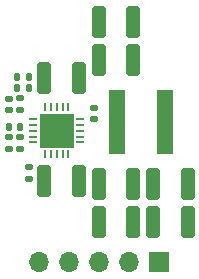
<source format=gts>
%TF.GenerationSoftware,KiCad,Pcbnew,7.0.1*%
%TF.CreationDate,2023-05-11T16:23:10+02:00*%
%TF.ProjectId,Generic_Buck_Converter,47656e65-7269-4635-9f42-75636b5f436f,rev?*%
%TF.SameCoordinates,Original*%
%TF.FileFunction,Soldermask,Top*%
%TF.FilePolarity,Negative*%
%FSLAX46Y46*%
G04 Gerber Fmt 4.6, Leading zero omitted, Abs format (unit mm)*
G04 Created by KiCad (PCBNEW 7.0.1) date 2023-05-11 16:23:10*
%MOMM*%
%LPD*%
G01*
G04 APERTURE LIST*
G04 Aperture macros list*
%AMRoundRect*
0 Rectangle with rounded corners*
0 $1 Rounding radius*
0 $2 $3 $4 $5 $6 $7 $8 $9 X,Y pos of 4 corners*
0 Add a 4 corners polygon primitive as box body*
4,1,4,$2,$3,$4,$5,$6,$7,$8,$9,$2,$3,0*
0 Add four circle primitives for the rounded corners*
1,1,$1+$1,$2,$3*
1,1,$1+$1,$4,$5*
1,1,$1+$1,$6,$7*
1,1,$1+$1,$8,$9*
0 Add four rect primitives between the rounded corners*
20,1,$1+$1,$2,$3,$4,$5,0*
20,1,$1+$1,$4,$5,$6,$7,0*
20,1,$1+$1,$6,$7,$8,$9,0*
20,1,$1+$1,$8,$9,$2,$3,0*%
G04 Aperture macros list end*
%ADD10RoundRect,0.135000X0.135000X0.185000X-0.135000X0.185000X-0.135000X-0.185000X0.135000X-0.185000X0*%
%ADD11RoundRect,0.250000X-0.325000X-1.100000X0.325000X-1.100000X0.325000X1.100000X-0.325000X1.100000X0*%
%ADD12RoundRect,0.250000X0.325000X1.100000X-0.325000X1.100000X-0.325000X-1.100000X0.325000X-1.100000X0*%
%ADD13R,1.430000X5.500000*%
%ADD14RoundRect,0.135000X-0.185000X0.135000X-0.185000X-0.135000X0.185000X-0.135000X0.185000X0.135000X0*%
%ADD15RoundRect,0.140000X0.170000X-0.140000X0.170000X0.140000X-0.170000X0.140000X-0.170000X-0.140000X0*%
%ADD16RoundRect,0.135000X0.185000X-0.135000X0.185000X0.135000X-0.185000X0.135000X-0.185000X-0.135000X0*%
%ADD17RoundRect,0.140000X-0.170000X0.140000X-0.170000X-0.140000X0.170000X-0.140000X0.170000X0.140000X0*%
%ADD18RoundRect,0.140000X0.140000X0.170000X-0.140000X0.170000X-0.140000X-0.170000X0.140000X-0.170000X0*%
%ADD19RoundRect,0.062500X-0.062500X0.300000X-0.062500X-0.300000X0.062500X-0.300000X0.062500X0.300000X0*%
%ADD20RoundRect,0.062500X-0.300000X0.062500X-0.300000X-0.062500X0.300000X-0.062500X0.300000X0.062500X0*%
%ADD21R,2.900000X2.900000*%
%ADD22R,1.700000X1.700000*%
%ADD23O,1.700000X1.700000*%
G04 APERTURE END LIST*
D10*
X103000000Y-107300000D03*
X101980000Y-107300000D03*
D11*
X113475000Y-119600000D03*
X116425000Y-119600000D03*
D12*
X111825000Y-119600000D03*
X108875000Y-119600000D03*
D10*
X103000000Y-108250000D03*
X101980000Y-108250000D03*
D12*
X111825000Y-105900000D03*
X108875000Y-105900000D03*
D13*
X110430000Y-111150000D03*
X114470000Y-111150000D03*
D14*
X102200000Y-109140000D03*
X102200000Y-110160000D03*
D11*
X113475000Y-116400000D03*
X116425000Y-116400000D03*
X104275000Y-116100000D03*
X107225000Y-116100000D03*
D15*
X101250000Y-110130000D03*
X101250000Y-109170000D03*
D11*
X104275000Y-107400000D03*
X107225000Y-107400000D03*
D16*
X102200000Y-113460000D03*
X102200000Y-112440000D03*
D17*
X108450000Y-109970000D03*
X108450000Y-110930000D03*
D18*
X102230000Y-111550000D03*
X101270000Y-111550000D03*
D12*
X111825000Y-116400000D03*
X108875000Y-116400000D03*
D14*
X102950000Y-114940000D03*
X102950000Y-115960000D03*
D19*
X106325000Y-109862500D03*
X105825000Y-109862500D03*
X105325000Y-109862500D03*
X104825000Y-109862500D03*
X104325000Y-109862500D03*
D20*
X103312500Y-110875000D03*
X103312500Y-111375000D03*
X103312500Y-111875000D03*
X103312500Y-112375000D03*
X103312500Y-112875000D03*
D19*
X104325000Y-113887500D03*
X104825000Y-113887500D03*
X105325000Y-113887500D03*
X105825000Y-113887500D03*
X106325000Y-113887500D03*
D20*
X107337500Y-112875000D03*
X107337500Y-112375000D03*
X107337500Y-111875000D03*
X107337500Y-111375000D03*
X107337500Y-110875000D03*
D21*
X105325000Y-111875000D03*
D22*
X113975000Y-123025000D03*
D23*
X111435000Y-123025000D03*
X108895000Y-123025000D03*
X106355000Y-123025000D03*
X103815000Y-123025000D03*
D14*
X101250000Y-112440000D03*
X101250000Y-113460000D03*
D12*
X111825000Y-102700000D03*
X108875000Y-102700000D03*
M02*

</source>
